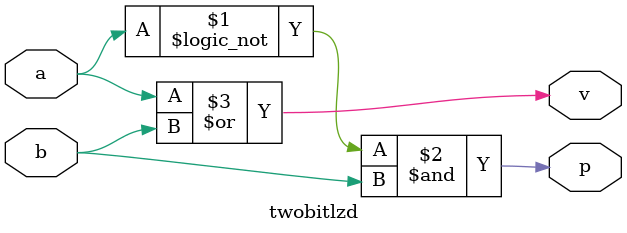
<source format=v>
`timescale 1ns / 1ps

module twobitlzd(
    output wire p,
    output wire v,
    input wire a,
    input wire b
    );
    assign p = (!a)&b;
    assign v = a|b;
endmodule

</source>
